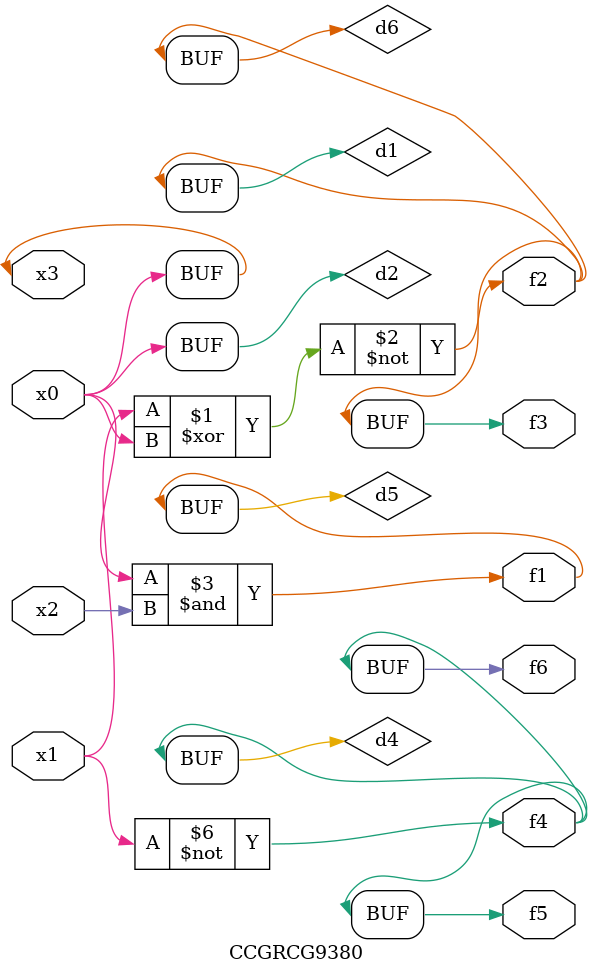
<source format=v>
module CCGRCG9380(
	input x0, x1, x2, x3,
	output f1, f2, f3, f4, f5, f6
);

	wire d1, d2, d3, d4, d5, d6;

	xnor (d1, x1, x3);
	buf (d2, x0, x3);
	nand (d3, x0, x2);
	not (d4, x1);
	nand (d5, d3);
	or (d6, d1);
	assign f1 = d5;
	assign f2 = d6;
	assign f3 = d6;
	assign f4 = d4;
	assign f5 = d4;
	assign f6 = d4;
endmodule

</source>
